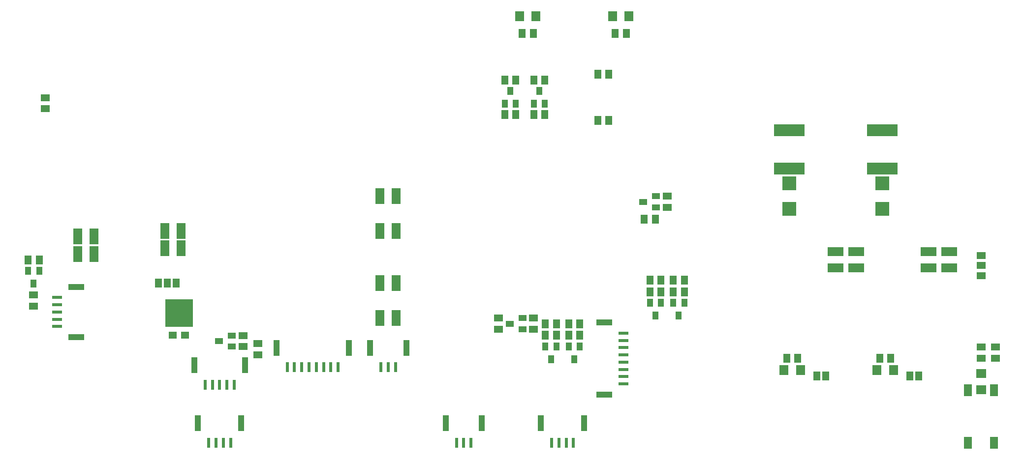
<source format=gbr>
G04 EAGLE Gerber RS-274X export*
G75*
%MOMM*%
%FSLAX34Y34*%
%LPD*%
%INSolderpaste Top*%
%IPPOS*%
%AMOC8*
5,1,8,0,0,1.08239X$1,22.5*%
G01*
%ADD10R,0.600000X1.700000*%
%ADD11R,1.000000X2.800000*%
%ADD12R,1.600000X1.803000*%
%ADD13R,1.300000X1.500000*%
%ADD14R,1.700000X0.600000*%
%ADD15R,2.800000X1.000000*%
%ADD16R,4.800000X4.720000*%
%ADD17R,1.400000X1.270000*%
%ADD18R,1.500000X1.300000*%
%ADD19R,1.168400X1.600200*%
%ADD20R,1.400000X1.000000*%
%ADD21R,1.000000X1.400000*%
%ADD22R,1.600000X2.700000*%
%ADD23R,1.400000X2.100000*%
%ADD24R,1.803000X1.600000*%
%ADD25R,2.700000X1.600000*%
%ADD26R,5.300000X2.000000*%
%ADD27R,2.400000X2.400000*%


D10*
X418750Y25000D03*
X406250Y25000D03*
D11*
X362750Y58500D03*
X437250Y58500D03*
D10*
X393750Y25000D03*
X381250Y25000D03*
X1008750Y25000D03*
X996250Y25000D03*
D11*
X952750Y58500D03*
X1027250Y58500D03*
D10*
X983750Y25000D03*
X971250Y25000D03*
X832500Y25000D03*
X820000Y25000D03*
D11*
X789000Y58500D03*
X851000Y58500D03*
D10*
X807500Y25000D03*
D12*
X915780Y760000D03*
X944220Y760000D03*
X1104220Y760000D03*
X1075780Y760000D03*
D13*
X920500Y730000D03*
X939500Y730000D03*
X1080500Y730000D03*
X1099500Y730000D03*
D14*
X1095000Y213750D03*
X1095000Y201250D03*
D15*
X1061500Y107750D03*
X1061500Y232250D03*
D14*
X1095000Y188750D03*
X1095000Y176250D03*
X1095000Y163750D03*
X1095000Y151250D03*
X1095000Y138750D03*
X1095000Y126250D03*
D10*
X425000Y125000D03*
X412500Y125000D03*
D11*
X356500Y158500D03*
X443500Y158500D03*
D10*
X400000Y125000D03*
X387500Y125000D03*
X375000Y125000D03*
D14*
X120000Y225000D03*
X120000Y237500D03*
D15*
X153500Y293500D03*
X153500Y206500D03*
D14*
X120000Y250000D03*
X120000Y262500D03*
X120000Y275000D03*
D10*
X702500Y155000D03*
X690000Y155000D03*
D11*
X659000Y188500D03*
X721000Y188500D03*
D10*
X677500Y155000D03*
X603750Y155000D03*
X591250Y155000D03*
D11*
X497750Y188500D03*
X622250Y188500D03*
D10*
X578750Y155000D03*
X566250Y155000D03*
X553750Y155000D03*
X541250Y155000D03*
X528750Y155000D03*
X516250Y155000D03*
D16*
X330000Y248100D03*
D17*
X319600Y210000D03*
X340400Y210000D03*
D18*
X100000Y619500D03*
X100000Y600500D03*
D19*
X325240Y300000D03*
X310000Y300000D03*
X294760Y300000D03*
D20*
X1129000Y440000D03*
X1151000Y449500D03*
X1151000Y430500D03*
D18*
X1170000Y430500D03*
X1170000Y449500D03*
D13*
X1149500Y410000D03*
X1130500Y410000D03*
D21*
X80000Y299000D03*
X70500Y321000D03*
X89500Y321000D03*
D13*
X89500Y340000D03*
X70500Y340000D03*
D18*
X80000Y260500D03*
X80000Y279500D03*
D20*
X399000Y200000D03*
X421000Y209500D03*
X421000Y190500D03*
D18*
X440000Y190500D03*
X440000Y209500D03*
X466000Y176500D03*
X466000Y195500D03*
D21*
X900000Y631000D03*
X909500Y609000D03*
X890500Y609000D03*
D13*
X890500Y590000D03*
X909500Y590000D03*
X909500Y650000D03*
X890500Y650000D03*
D21*
X950000Y631000D03*
X959500Y609000D03*
X940500Y609000D03*
D13*
X940500Y590000D03*
X959500Y590000D03*
X940500Y650000D03*
X959500Y650000D03*
D21*
X1010000Y169000D03*
X1000500Y191000D03*
X1019500Y191000D03*
D13*
X1019500Y210000D03*
X1000500Y210000D03*
X1000500Y230000D03*
X1019500Y230000D03*
D21*
X970000Y169000D03*
X960500Y191000D03*
X979500Y191000D03*
D13*
X979500Y210000D03*
X960500Y210000D03*
X960500Y230000D03*
X979500Y230000D03*
D22*
X676000Y240000D03*
X704000Y240000D03*
X676000Y300000D03*
X704000Y300000D03*
X676000Y390000D03*
X704000Y390000D03*
X676000Y450000D03*
X704000Y450000D03*
X184000Y380000D03*
X156000Y380000D03*
X184000Y350000D03*
X156000Y350000D03*
X334000Y360000D03*
X306000Y360000D03*
X334000Y390000D03*
X306000Y390000D03*
D13*
X1069500Y660000D03*
X1050500Y660000D03*
X1069500Y580000D03*
X1050500Y580000D03*
D20*
X899000Y230000D03*
X921000Y239500D03*
X921000Y220500D03*
D18*
X940000Y220500D03*
X940000Y239500D03*
X880000Y239500D03*
X880000Y220500D03*
D21*
X1190000Y244000D03*
X1180500Y266000D03*
X1199500Y266000D03*
D13*
X1199500Y285000D03*
X1180500Y285000D03*
X1180500Y305000D03*
X1199500Y305000D03*
D21*
X1150000Y244000D03*
X1140500Y266000D03*
X1159500Y266000D03*
D13*
X1159500Y285000D03*
X1140500Y285000D03*
X1140500Y305000D03*
X1159500Y305000D03*
D23*
X1732500Y24500D03*
X1687500Y24500D03*
X1732500Y115500D03*
X1687500Y115500D03*
D18*
X1735000Y189500D03*
X1735000Y170500D03*
X1710000Y189500D03*
X1710000Y170500D03*
D24*
X1710000Y144220D03*
X1710000Y115780D03*
D18*
X1710000Y313000D03*
X1710000Y330000D03*
X1710000Y347000D03*
D25*
X1655000Y326000D03*
X1655000Y354000D03*
X1460000Y326000D03*
X1460000Y354000D03*
X1620000Y326000D03*
X1620000Y354000D03*
X1495000Y326000D03*
X1495000Y354000D03*
D12*
X1559220Y150000D03*
X1530780Y150000D03*
X1399220Y150000D03*
X1370780Y150000D03*
D13*
X1554500Y170000D03*
X1535500Y170000D03*
X1394500Y170000D03*
X1375500Y170000D03*
D26*
X1540000Y497000D03*
X1540000Y563000D03*
X1380000Y497000D03*
X1380000Y563000D03*
D27*
X1540000Y428000D03*
X1540000Y472000D03*
X1380000Y428000D03*
X1380000Y472000D03*
D19*
X1587380Y140000D03*
X1602620Y140000D03*
X1427380Y140000D03*
X1442620Y140000D03*
M02*

</source>
